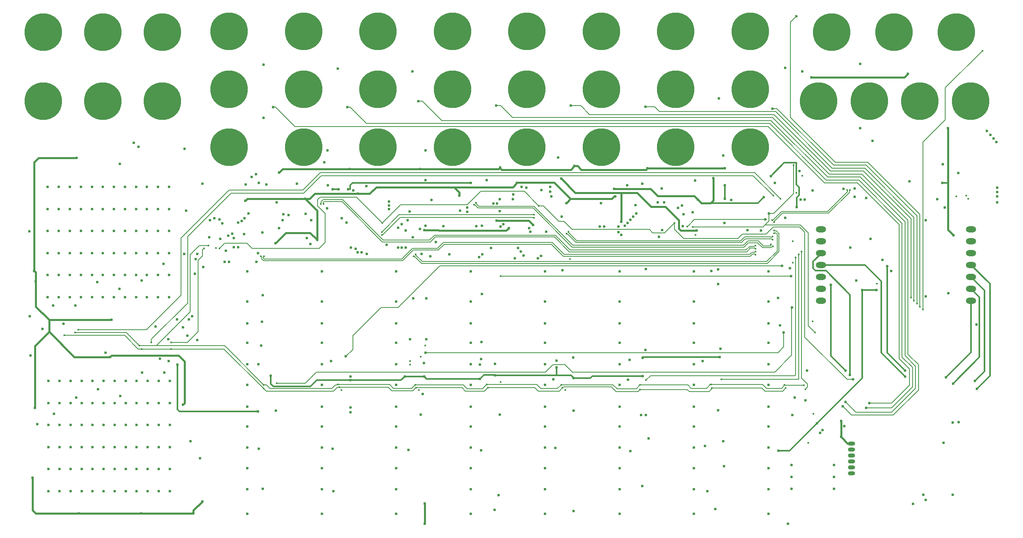
<source format=gbr>
G04 DipTrace 3.3.1.1*
G04 Inner1.gbr*
%MOIN*%
G04 #@! TF.FileFunction,Copper,L3,Inr*
G04 #@! TF.Part,Single*
G04 #@! TA.AperFunction,Conductor*
%ADD13C,0.015748*%
%ADD14C,0.011811*%
%ADD15C,0.007874*%
G04 #@! TA.AperFunction,ComponentPad*
%ADD24O,0.086614X0.051181*%
%ADD32C,0.314961*%
%ADD48O,0.059055X0.035433*%
G04 #@! TA.AperFunction,ViaPad*
%ADD62C,0.023622*%
%ADD63C,0.017717*%
%FSLAX26Y26*%
G04*
G70*
G90*
G75*
G01*
G04 Inner2*
%LPD*%
X-6404969Y3025001D2*
D13*
X-6386219Y3043751D1*
X-5899555D1*
X-2473130Y3214860D2*
Y3029528D1*
X-2496408Y3006249D1*
X-2573913D1*
X-2605165Y3037501D1*
X-504134Y3635139D2*
Y3175000D1*
Y2783613D1*
X-458021Y2737500D1*
X-4122256Y3176182D2*
X-4117581Y3180857D1*
X-3810039D1*
X-3672933Y3043751D1*
X-3326770D1*
X-3308021Y3062500D1*
X-3295522D1*
X-5457331Y3085482D2*
X-5360236D1*
X-5304969Y3140749D1*
X-4649402D1*
X-4157689D1*
X-4122256Y3176182D1*
X-5899555Y3043751D2*
X-5863387D1*
X-5821656Y3085482D1*
X-5457331D1*
X-2605165Y3037501D2*
X-2633610Y3065946D1*
X-2940323D1*
X-2999377Y3125000D1*
X-3308021D1*
X-551772Y3175000D2*
D14*
X-504134D1*
X-2051773Y3056252D2*
X-2101776Y3006249D1*
X-2496408D1*
X-3708808Y3007875D2*
D13*
X-3672933Y3043751D1*
X-4605807Y3068752D2*
Y3097155D1*
X-4649402Y3140749D1*
X-5801772Y2700000D2*
X-5799213Y2697441D1*
Y2943408D1*
X-5899555Y3043751D1*
X-6151773Y2668751D2*
X-6062650Y2757874D1*
X-5859646D1*
X-5801772Y2700000D1*
X-4901772Y2781249D2*
X-4783021D1*
X-4776772Y2775000D1*
X-4212848D1*
X-4191929Y2795919D1*
X-1926772Y925000D2*
D14*
X-1833466D1*
X-1602165Y1156301D1*
X-5620913Y3123773D2*
X-5671701D1*
X-4510236Y3175001D2*
X-5503692D1*
X-5522394Y3156299D1*
Y3123773D1*
X-5540343D1*
X-1773917Y2972001D2*
Y3052706D1*
X-1755118Y3071505D1*
Y3140001D1*
X-1777559Y3162442D1*
Y3346458D1*
X-1879921D1*
X-1992126Y3234253D1*
X-6295521Y1256251D2*
X-6956462D1*
X-6972681Y1272470D1*
Y1648423D1*
X-6189272Y1556251D2*
Y1486615D1*
X-6168209Y1465552D1*
X-5855677D1*
X-5802480Y1518749D1*
X-5520521D1*
X-2421260Y1712598D2*
X-3066732D1*
Y1705710D1*
X-2375984Y3157480D2*
Y3043307D1*
X-1223031Y2277954D2*
X-1105311D1*
X-1602165Y1156301D2*
X-1223031Y1535434D1*
Y2277954D1*
X-3645522Y1537500D2*
X-3506734D1*
X-3490098Y1554135D1*
X-3066732D1*
X-4433022Y1531251D2*
X-4400173Y1564100D1*
X-4307087D1*
Y1559055D1*
X-3789272D1*
X-3667077D1*
X-3645522Y1537500D1*
X-4901772Y1550000D2*
X-4883022Y1531251D1*
X-4433022D1*
X-5064272Y1550000D2*
X-4901772D1*
X-5520521Y1518749D2*
X-5095522D1*
X-5064272Y1550000D1*
X-3789272Y1625000D2*
Y1559055D1*
X-8176772Y2437500D2*
D13*
X-8164272Y2425000D1*
Y2350000D1*
Y2137500D1*
X-8051772Y2025000D1*
X-7526772D1*
X-6926518Y1312753D2*
X-6914272Y1325000D1*
Y1675000D1*
X-6964272Y1725000D1*
X-7526772D1*
X-7539272Y1712500D1*
X-7839272D1*
X-8051772Y1925000D1*
Y2025000D1*
X-8189272Y700000D2*
Y425000D1*
X-8164272Y400000D1*
X-7801772D1*
X-7276772D1*
X-6839272D2*
X-7276772D1*
X-6839272D2*
Y425000D1*
X-6764272Y500000D1*
X-8170169Y1286583D2*
Y1806602D1*
X-8051772Y1925000D1*
X-7820521Y3387500D2*
X-8139272D1*
X-8176772Y3350000D1*
Y2437500D1*
X-4895521Y482285D2*
X-4895522Y312500D1*
X-1314272Y987500D2*
X-1345521D1*
X-1401772Y1043751D1*
Y1175001D2*
Y1043751D1*
X-3987165Y2822894D2*
X-4022541Y2858269D1*
X-4293503D1*
X-4264272Y3306249D2*
X-4276770Y3293751D1*
X-4933021D1*
X-5526770D1*
X-6089270D1*
X-6120521Y3262500D1*
X-2614272Y2775000D2*
X-2745521D1*
X-2764272Y2793751D1*
Y2862500D1*
X-2876772Y2975000D1*
X-2995521D1*
X-3114272Y3093751D1*
X-3245521D1*
X-3633022D1*
X-3751772Y3212500D1*
X-839272Y4093751D2*
X-870522Y4062500D1*
X-1651772D1*
X-3245521Y2850000D2*
Y3093751D1*
X-4264272Y3306249D2*
Y3300000D1*
X-4251772Y3287500D1*
X-3670521D1*
X-3639272Y3318749D1*
X-3614270D1*
X-3583021Y3287500D1*
X-3039272D1*
X-3026772Y3300000D1*
X-2376772D1*
X-6139272Y1493749D2*
D15*
X-5899953D1*
X-5806201Y1587501D1*
X-3883020D1*
X-3820521Y1650000D1*
X-3720522D1*
X-3658024Y1587501D1*
X-1958021D1*
X-1816929Y1728593D1*
Y2128592D1*
X-1814272Y2131249D1*
X-1783022Y2550000D2*
Y1562500D1*
X-1789272Y1556251D1*
X-3001770D1*
X-3039272Y1518749D1*
X-5561024Y1718505D2*
X-5501772Y1777757D1*
Y1893749D1*
X-5264272Y2131249D1*
X-5120522D1*
X-4770522Y2481249D1*
X-1895522D1*
X-1758022Y2575000D2*
Y1525000D1*
X-2408021D1*
X-7808022Y1943751D2*
X-7233417D1*
X-6942913Y2234253D1*
Y2712600D1*
X-6539370Y3116143D1*
X-5921260D1*
X-5774903Y3262500D1*
X-2128640D1*
X-1909449Y3043308D1*
X-1971703Y3070130D2*
X-2139073Y3237500D1*
X-5768407D1*
X-5915354Y3090552D1*
X-6523622D1*
X-6887795Y2726379D1*
Y2167324D1*
X-7192913Y1862206D1*
Y1836615D1*
X-4891732Y1750001D2*
X-1931102D1*
X-1883022Y1798081D1*
Y1918749D1*
X-4261811Y2393751D2*
X-1820521D1*
X-1733021Y2600000D2*
Y1537499D1*
X-1683022Y1487500D1*
Y1462499D1*
X-1702084Y1443437D1*
X-1570522Y2587500D2*
D14*
Y2581052D1*
X-1635827Y2515748D1*
Y2458661D1*
X-1616142Y2438976D1*
X-1528248D1*
X-1326772Y2237500D1*
Y1562500D1*
X-1486220Y2320866D2*
Y1721949D1*
X-1364272Y1600000D1*
X-1570522Y2487500D2*
X-1202067D1*
X-1064961Y2350394D1*
Y1750689D1*
X-864272Y1550000D1*
X-276772Y1512500D2*
X-195521Y1593751D1*
Y2272341D1*
X-310680Y2387500D1*
X-864272Y1600000D2*
X-1014272Y1750000D1*
Y2475001D1*
X-261655Y1446366D2*
X-151772Y1556249D1*
Y2328592D1*
X-310680Y2487500D1*
X-461655Y1490117D2*
X-239272Y1712500D1*
Y2216092D1*
X-310680Y2287500D1*
Y2187500D2*
Y1752657D1*
X-520522Y1542815D1*
X-6620521Y2625000D2*
D15*
X-6576770Y2668751D1*
X-6389273D1*
X-6345522Y2625000D1*
X-5783022D1*
X-5733022Y2675000D1*
Y2919537D1*
X-5795522Y2982037D1*
Y3037497D1*
X-5776770Y3056249D1*
X-5470521D1*
X-5254823Y2840551D1*
X-5101625Y2993749D1*
X-4539272D1*
X-4426772Y3106249D1*
X-4060974D1*
X-3938976Y2984252D1*
X-3899606D1*
X-3769685Y2854331D1*
X-3728346D1*
X-3659449Y2785433D1*
X-3011811D1*
X-2982283Y2755906D1*
X-2883858D1*
X-2799211Y2840552D1*
Y2787400D1*
X-2722441Y2710630D1*
X-2265748D1*
X-2230315Y2746063D1*
X-2029526D1*
X-1969340Y2806249D1*
X-1751772D1*
X-1708022Y2762500D1*
Y1881251D1*
X-1351772Y1525000D1*
X-1301772D1*
X-6170522Y3812501D2*
X-6151084D1*
X-5988583Y3650000D1*
X-2014272D1*
X-1539272Y3175000D1*
X-1264272D1*
X-914272Y2825000D1*
Y1700000D1*
X-826772Y1612500D1*
Y1475000D1*
X-976772Y1325000D1*
X-1164272D1*
X-5545524Y3812501D2*
X-5525100D1*
X-5387598Y3675000D1*
X-2001772D1*
X-1526772Y3200000D1*
X-1251772D1*
X-889272Y2837500D1*
Y1712500D1*
X-801772Y1625000D1*
Y1462500D1*
X-976772Y1287500D1*
X-1189272D1*
X-4951772Y3862500D2*
X-4917618D1*
X-4755118Y3700000D1*
X-1989272D1*
X-1514272Y3225000D1*
X-1239272D1*
X-864272Y2850000D1*
Y1725000D1*
X-776772Y1637500D1*
Y1450000D1*
X-976772Y1250000D1*
X-1276772D1*
X-1364272Y1337500D1*
X-4295524Y3825001D2*
X-4262009D1*
X-4162008Y3725000D1*
X-1976772D1*
X-1501772Y3250000D1*
X-1226772D1*
X-839272Y2862500D1*
Y1737500D1*
X-751772Y1650000D1*
Y1437500D1*
X-964272Y1225000D1*
X-1314272D1*
X-1388437Y1299165D1*
X-3670524Y3825001D2*
X-3588781D1*
X-3513780Y3750000D1*
X-1964272D1*
X-1489272Y3275000D1*
X-1214272D1*
X-814272Y2875000D1*
Y2212500D1*
X-3043307Y3814717D2*
X-2966488D1*
X-2926772Y3775000D1*
X-1951772D1*
X-1476772Y3300000D1*
X-1201772D1*
X-789272Y2887500D1*
Y2187500D1*
X-1976772Y3800000D2*
X-1939272D1*
X-1464272Y3325000D1*
X-1189272D1*
X-764272Y2900000D1*
Y2162500D1*
X-1776772Y4575000D2*
X-1826772Y4525000D1*
Y3725000D1*
X-1451772Y3350000D1*
X-1176772D1*
X-739272Y2912500D1*
Y2137500D1*
X-214272Y4287500D2*
X-526772Y3975000D1*
Y3706249D1*
X-714272Y3518749D1*
Y2112500D1*
X-1964180Y2777068D2*
X-1959259Y2772147D1*
X-1944390D1*
X-1923228Y2750986D1*
Y2598427D1*
X-2021656Y2499999D1*
X-4924142Y2500000D1*
X-4983198Y2559056D1*
X-4990157D1*
X-1964180Y2752462D2*
X-1959259Y2757383D1*
X-1950505D1*
X-1937992Y2744870D1*
Y2604542D1*
X-2027772Y2514762D1*
X-4918026Y2514764D1*
X-4972759Y2569496D1*
Y2576455D1*
X-1978734Y2725887D2*
X-1983655Y2720966D1*
X-1992408D1*
X-1993885Y2722442D1*
X-2212102D1*
X-2244781Y2689764D1*
X-3619945D1*
X-3690622Y2760441D1*
Y2767400D1*
X-1978734Y2701281D2*
X-1983655Y2706202D1*
X-1998524D1*
X-2000000Y2707678D1*
X-2205987D1*
X-2238665Y2675000D1*
X-3626060D1*
X-3701062Y2750001D1*
X-3708021D1*
X-1991391Y2659270D2*
Y2652311D1*
X-1997580Y2646122D1*
X-2053601D1*
X-2096457Y2688978D1*
X-2185038D1*
X-2221752Y2652264D1*
X-3653037D1*
X-3981089Y2980316D1*
X-4444882D1*
X-4467186Y3002621D1*
Y3009580D1*
X-1973992Y2641871D2*
X-1980951D1*
X-1991465Y2631358D1*
X-2059717D1*
X-2102572Y2674214D1*
X-2178923D1*
X-2215636Y2637500D1*
X-3659152D1*
X-3987205Y2965552D1*
X-4450997D1*
X-4477626Y2992181D1*
X-4484585D1*
X-6272982Y2560967D2*
X-6268060Y2556046D1*
Y2541177D1*
X-6249619Y2522736D1*
X-5083156D1*
X-4993392Y2612500D1*
X-4783021D1*
X-4735285Y2660236D1*
X-3832887D1*
X-3732887Y2560236D1*
X-2162633D1*
X-2144619Y2578249D1*
X-2126516D1*
X-2121102Y2572836D1*
X-6248375Y2560967D2*
X-6253297Y2556046D1*
Y2547293D1*
X-6243504Y2537500D1*
X-5089272D1*
X-4999508Y2627264D1*
X-4789136D1*
X-4741400Y2675000D1*
X-3826772D1*
X-3726772Y2575000D1*
X-2168748D1*
X-2150735Y2593013D1*
X-2126516D1*
X-2121102Y2598427D1*
Y2624017D2*
X-2126516Y2629430D1*
X-2147677D1*
X-2162336D1*
X-2194030Y2597736D1*
X-3682887D1*
X-3807887Y2722736D1*
X-4807566D1*
X-4850182Y2680119D1*
X-5252180D1*
X-5592105Y3020045D1*
X-5744572D1*
X-5750836Y3013781D1*
Y3004923D1*
X-5745915Y3000001D1*
X-2121102Y2649608D2*
X-2126516Y2644194D1*
X-2147677D1*
X-2168451D1*
X-2200146Y2612500D1*
X-3676772D1*
X-3801772Y2737500D1*
X-4813681D1*
X-4856298Y2694883D1*
X-5246064D1*
X-5585990Y3034808D1*
X-5750688D1*
X-5765600Y3019896D1*
Y3004923D1*
X-5770521Y3000001D1*
X-1326429Y3117364D2*
X-1331350Y3112442D1*
Y3097573D1*
X-1506680Y2922244D1*
X-1895459D1*
X-1964448Y2853256D1*
Y2846297D1*
X-1351035Y3117364D2*
X-1346114Y3112442D1*
Y3103689D1*
X-1512795Y2937008D1*
X-1901575D1*
X-1974887Y2863696D1*
X-1981846D1*
X-2005906Y2919291D2*
X-1966537D1*
X-1799213Y3086615D1*
Y3324804D1*
X-7295035Y1808816D2*
X-7149846D1*
X-6866142Y2092521D1*
Y2572836D1*
X-6788978Y2650000D1*
X-6714272D1*
X-5257972Y2763682D2*
X-5112205Y2909450D1*
X-3979291D1*
X-6250000Y1480316D2*
X-6578500Y1808816D1*
X-7149846D1*
X-7833022Y1918751D2*
X-7404970D1*
X-7295035Y1808816D1*
X-5627953Y1482285D2*
Y1480316D1*
X-5645669D1*
X-5677165Y1448820D1*
X-6196850D1*
X-6228346Y1480316D1*
X-6250000D1*
X-5627953Y1482285D2*
X-5190945D1*
X-5159449Y1450789D1*
X-5006496D1*
X-4976772Y1480513D1*
X-4575000D1*
X-4541339Y1446852D1*
X-4413386D1*
X-4377953Y1482285D1*
X-3956693D1*
X-3925197Y1450789D1*
X-3782234D1*
X-3751772Y1481251D1*
X-3315895D1*
X-3281496Y1446852D1*
X-3122047D1*
X-3090551Y1478348D1*
X-2687008D1*
X-2659449Y1450789D1*
X-2531496D1*
X-2500000Y1482285D1*
X-2494094D1*
X-2059055D1*
X-2027559Y1450789D1*
X-1901575D1*
X-1875984Y1476379D1*
Y1480316D1*
X-2645521Y2806249D2*
X-2057924D1*
X-2041184Y2822990D1*
X-2007874Y2856299D1*
Y2919291D1*
X-2005906D1*
X-1875984Y1480316D2*
Y1475000D1*
X-1714272D1*
X-2041184Y2822990D2*
X-1743512D1*
X-1676772Y2756249D1*
Y1975000D1*
X-1620522Y1918751D1*
X-2037402Y2870079D2*
X-2038731Y2868749D1*
X-2633022D1*
X-2690747Y2811025D1*
X-2692913D1*
X-3981260Y2883860D2*
Y2885828D1*
X-5102362D1*
X-5250000Y2738190D1*
X-5257933D1*
X-6250000Y1450789D2*
X-6251970D1*
X-6582430Y1781249D1*
X-7026772D1*
X-7273870D1*
X-7925197Y1895671D2*
X-7417323D1*
X-7302902Y1781249D1*
X-7273870D1*
X-5612205Y1458663D2*
X-5629921D1*
X-5663386Y1425198D1*
X-6226378D1*
X-6250000Y1448820D1*
Y1450789D1*
X-5612205Y1458663D2*
X-5204724D1*
X-5175197Y1429135D1*
X-4996654D1*
X-4970522Y1455266D1*
X-4585186D1*
X-4557087Y1427167D1*
X-4397638D1*
X-4368110Y1456694D1*
X-3974409D1*
X-3944882Y1427167D1*
X-3768356D1*
X-3739272Y1456251D1*
X-3733022Y1462500D1*
X-3330609D1*
X-3291339Y1423230D1*
X-3108268D1*
X-3090551Y1440946D1*
X-2692913D1*
X-2675197Y1423230D1*
X-2509843D1*
X-2480315Y1452757D1*
X-2486220D1*
X-2480315D2*
X-2066929D1*
X-2041339Y1427167D1*
X-1891732D1*
X-1866142Y1452757D1*
X-6751772Y2625000D2*
X-6764272Y2612500D1*
Y2562500D1*
X-6801772Y2525000D1*
Y1925000D1*
X-6889272Y1837500D1*
X-7026772D1*
D62*
X-551772Y3175000D3*
X-2051773Y3056252D3*
X-3708808Y3007875D3*
X-4605807Y3068752D3*
X-5801772Y2700000D3*
X-6151773Y2668751D3*
X-5801772Y2700000D3*
X-4901772Y2781249D3*
X-3739273Y2443751D3*
X-3789272Y1625000D3*
X-8108021Y1950000D3*
X-4307087Y1559055D3*
X-8176772Y2437500D3*
X-8164272Y2350000D3*
X-7526772Y2025000D3*
X-6926518Y1312753D3*
X-7539272Y1712500D3*
X-8189272Y700000D3*
X-7801772Y400000D3*
X-7276772D3*
X-6839272D3*
X-6764272Y500000D3*
X-6839272Y400000D3*
X-8170169Y1286583D3*
X-6701770Y2862500D3*
X-6901772Y2943751D3*
X-7820521Y3387500D3*
X-8176772Y2437500D3*
X-4895521Y482285D3*
X-4895522Y312500D3*
X-1401772Y1043751D3*
Y1175001D3*
X-4293503Y2858269D3*
X-4376772Y3200000D3*
X-3987165Y2822894D3*
X-4293503Y2858269D3*
X-3639272Y3318749D3*
X-4264272Y3306249D3*
X-4933021Y3293751D3*
X-5526770D3*
X-6120521Y3262500D3*
X-2614272Y2775000D3*
X-3751772Y3212500D3*
X-839272Y4093751D3*
X-1651772Y4062500D3*
X-1870522Y4143751D3*
X-1053987Y2531251D3*
X-501772Y2250000D3*
X-3245521Y2738190D3*
Y2850000D3*
X-4264272Y3306249D3*
X-3639272Y3318749D3*
X-3026772Y3300000D3*
X-3639272Y3318749D3*
X-2376772Y3300000D3*
D3*
X-689272Y512500D3*
X-1914272Y1981251D3*
X-1845521Y312500D3*
D63*
X-6139272Y1493749D3*
D62*
X-1814272Y2131249D3*
D63*
X-3716535Y1435236D3*
X-3676772Y2537500D3*
D62*
X-2908022Y3131251D3*
X-1639272Y3112500D3*
D63*
X-1783022Y2550000D3*
X-3039272Y1518749D3*
X-5595521Y1437501D3*
D62*
X-5561024Y1718505D3*
X-1895522Y2481249D3*
X-1739272Y3037500D3*
D63*
X-1758022Y2575000D3*
X-2408021Y1525000D3*
X-7808022Y1943751D3*
X-1909449Y3043308D3*
X-1971703Y3070130D3*
X-7192913Y1836615D3*
X-4945522Y1435041D3*
D62*
X-4891732Y1750001D3*
X-1883022Y1918749D3*
X-1708022Y3037499D3*
D63*
X-4261811Y1501970D3*
Y2393751D3*
D62*
X-1820521D3*
X-176772Y3612501D3*
X-145522Y3581251D3*
X-5023622Y2937008D3*
X-6250000Y3724409D3*
X-6251772Y4169094D3*
X-4416487Y2814715D3*
X-7339272Y3512501D3*
X-6376772Y2918752D3*
X-6914272Y3462501D3*
X-5970521Y3168752D3*
X-7301772Y3481252D3*
X-6401772Y3162501D3*
X-5626772Y4137500D3*
X-4414272Y2575000D3*
D63*
X-1733021Y2600000D3*
X-1702084Y1443437D3*
D62*
X-120522Y3550001D3*
X-95521Y3518751D3*
X-6258022Y606249D3*
X-5383022Y2581251D3*
X-6289272Y943749D3*
X-5426772Y2593751D3*
X-6295276Y1653545D3*
X-5460630Y2592521D3*
X-6758022Y2468751D3*
X-6576772Y2512501D3*
X-8208022Y1727017D3*
X-7158022Y1968752D3*
X-6926772Y1962501D3*
X-6566929Y2606299D3*
X-6783022Y862500D3*
X-6540797Y2512500D3*
X-6808022Y2581251D3*
X-6876772Y2031252D3*
X-6976770D3*
X-8151919Y1150001D3*
X-6501773Y2712500D3*
Y2637501D3*
X-7576772Y1750001D3*
X-6464025Y2637500D3*
X-7046361Y1680412D3*
X-6889272Y1893751D3*
X-6851772Y2055696D3*
X-6820522Y2537500D3*
X-6864272Y1006252D3*
X-6808022Y1855365D3*
X-6826772Y2412500D3*
X-6614272Y2706251D3*
X-7458022Y3337501D3*
X-6433021Y2856252D3*
X-6464025Y2843751D3*
X-6765291Y3169770D3*
X-6916408Y2579113D3*
X-6515206Y2750936D3*
X-6708021Y2718751D3*
X-6545522Y2732285D3*
X-8214272Y2056252D3*
X-6595521Y2837501D3*
X-1727854Y4113583D3*
X-5714272Y3450000D3*
X-1239272Y4175000D3*
X-5739272Y3350000D3*
X-5851772Y2862500D3*
X-5858022Y2662500D3*
X-6314272Y3250001D3*
X-6083022Y2912501D3*
X-6351772Y3225001D3*
X-6089272Y2862500D3*
X-6226772Y3162501D3*
X-6039272Y2906252D3*
X-5001772Y4112500D3*
X-4889272Y3450000D3*
Y3200000D3*
X-4689272Y2575000D3*
X-4464272Y2812500D3*
X-4739272D3*
X-2426772Y3887500D3*
X-3195522Y3156251D3*
X-2389272Y3406251D3*
X-3070521Y3168749D3*
X-1153543Y2706693D3*
D63*
X-1101772Y2331249D3*
D62*
X-1326772Y1562500D3*
X-1486220Y2320866D3*
X-1364272Y1600000D3*
X-864272Y1550000D3*
X-276772Y1512500D3*
X-864272Y1600000D3*
X-1014272Y2475001D3*
X-261655Y1446366D3*
X-461655Y1490117D3*
X-520522Y1542815D3*
X-6257874Y2232285D3*
X-5553150Y2842520D3*
X-6263780Y2009844D3*
X-5515748Y2633860D3*
X-6269685Y1811025D3*
X-5478346Y2622049D3*
X-2458022Y436370D3*
X-2730315Y2812992D3*
X-2433022Y2325000D3*
X-2383858Y797245D3*
X-2389272Y1006251D3*
X-2724409Y2911417D3*
X-2771654Y2966537D3*
X-2489272Y2437500D3*
X-2738189Y2986222D3*
X-1931102Y2210631D3*
X-2523622Y586615D3*
X-2887795Y3013781D3*
X-2543307Y966537D3*
X-2939272Y3012500D3*
X-3017717Y1029529D3*
X-2931102Y2722441D3*
X-2562992Y1681104D3*
X-3125984Y2988190D3*
X-3068898Y629923D3*
X-3120079Y2919293D3*
X-3169291Y923230D3*
X-3145522Y2893751D3*
X-3190600Y1523623D3*
X-3169291Y2866143D3*
X-3176772Y1690946D3*
X-3194882Y2840552D3*
X-3647835Y421063D3*
X-3834646Y3062993D3*
X-3799213Y948820D3*
X-3842520Y3104332D3*
X-3816929Y1527559D3*
X-3917323Y3116143D3*
X-3791339Y1683072D3*
X-3842520Y3141734D3*
X-3919291Y2562993D3*
X-4044252Y3137797D3*
X-4083021Y3143749D3*
X-3946850Y2543308D3*
X-4311024Y431104D3*
X-4065906Y2566930D3*
X-4423228Y929135D3*
X-4089528Y2598427D3*
X-4433071Y1649608D3*
X-4113150Y2629923D3*
X-4425197Y1694883D3*
X-4154488Y3078741D3*
X-4419291Y1840552D3*
X-4158022Y3039570D3*
X-4417323Y2242127D3*
X-4267717Y3039371D3*
X-4275591Y553151D3*
X-4139764Y2541340D3*
X-5035433Y933072D3*
X-4340551Y2629923D3*
D63*
X-4929134Y1717077D3*
X-5020521Y1650000D3*
X-4892396Y1809375D3*
X-5020522Y1681249D3*
D62*
X-4883021Y1862206D3*
X-5019685D3*
X-4883021Y2204726D3*
X-4994094D3*
X-5664272Y587501D3*
X-5058022Y2633564D3*
Y2775001D3*
X-5195521Y2956252D3*
X-5670521Y943752D3*
X-5089272Y2633564D3*
Y2831251D3*
X-5195522Y2987501D3*
X-5683022Y1681251D3*
X-5120522Y2633564D3*
Y2800001D3*
X-5195522Y3018751D3*
D63*
X-6620521Y2625000D3*
X-5254823Y2840551D3*
X-3938976Y2984252D3*
X-2799211Y2840552D3*
D62*
X-1301772Y1525000D3*
X-8216337Y2770818D3*
X-6620522Y2868752D3*
D63*
X-433021Y3062500D3*
X-1776772Y3093751D3*
D62*
X-6170522Y3812501D3*
X-1164272Y1325000D3*
X-5545524Y3812501D3*
X-1189272Y1287500D3*
X-4951772Y3862500D3*
X-1364272Y1337500D3*
X-4295524Y3825001D3*
X-1388437Y1299165D3*
X-3670524Y3825001D3*
D63*
X-814272Y2212500D3*
D62*
X-3043307Y3814717D3*
D63*
X-789272Y2187500D3*
D62*
X-1976772Y3800000D3*
D63*
X-764272Y2162500D3*
D62*
X-1776772Y4575000D3*
D63*
X-739272Y2137500D3*
X-214272Y4287500D3*
X-714272Y2112500D3*
X-1633021Y1237500D3*
X-1676772Y993751D3*
D62*
X-89272Y3137500D3*
Y3100000D3*
Y3062500D3*
Y3012500D3*
X-8016190Y2147701D3*
X-7084122Y1581948D3*
X-7830993Y2147654D3*
X-7269319Y1581995D3*
X-7645798Y2344465D3*
X-7454514Y1385184D3*
X-7090247Y2494930D3*
X-8010066Y1234718D3*
X-7275444Y2355975D3*
X-7824869Y1373673D3*
X-7460640Y2286593D3*
X-7639672Y1443055D3*
D63*
X-1964180Y2777068D3*
X-4990157Y2559056D3*
X-1964180Y2752462D3*
X-4972759Y2576455D3*
X-1978734Y2725887D3*
X-3690622Y2767400D3*
X-1978734Y2701281D3*
X-3708021Y2750001D3*
X-1991391Y2659270D3*
X-4467186Y3009580D3*
X-1973992Y2641871D3*
X-4484585Y2992181D3*
X-6272982Y2560967D3*
X-2121102Y2572836D3*
X-6248375Y2560967D3*
X-2121102Y2598427D3*
Y2624017D3*
X-5745915Y3000001D3*
X-2121102Y2649608D3*
X-5770521Y3000001D3*
X-1326429Y3117364D3*
X-1964448Y2846297D3*
X-1351035Y3117364D3*
X-1981846Y2863696D3*
D62*
X-2005906Y2919291D3*
D63*
X-1799213Y3324804D3*
X-7295035Y1808816D3*
X-6714272Y2650000D3*
X-5257972Y2763682D3*
X-3979291Y2909450D3*
X-6250000Y1480316D3*
X-7833022Y1918751D3*
X-7295035Y1808816D3*
X-5627953Y1482285D3*
X-6250000Y1480316D3*
X-4976772Y1480513D3*
X-5627953Y1482285D3*
X-4377953D3*
X-3751772Y1481251D3*
X-3090551Y1478348D3*
X-2494094Y1482285D3*
X-2645521Y2806249D3*
D62*
X-2005906Y2919291D3*
D63*
X-3979291Y2909450D3*
D62*
X-2005906Y2919291D3*
D63*
X-1714272Y1475000D3*
X-333021Y3043751D3*
X-1799213Y3324804D3*
X-1620522Y1918751D3*
D62*
X-2037402Y2870079D3*
D63*
X-2692913Y2811025D3*
X-2624016Y2738190D3*
X-3981260Y2883860D3*
X-5257933Y2738190D3*
X-6250000Y1450789D3*
X-7273870Y1781249D3*
X-7925197Y1895671D3*
X-5612205Y1458663D3*
X-6250000Y1450789D3*
X-4970522Y1455266D3*
X-5612205Y1458663D3*
X-4368110Y1456694D3*
X-3739272Y1456251D3*
X-3090551Y1440946D3*
X-2486220Y1452757D3*
X-1866142D3*
X-6751772Y2625000D3*
X-7026772Y1837500D3*
Y1781249D3*
X-3981260Y2883860D3*
D62*
X-2037402Y2870079D3*
D63*
X-351772Y3068749D3*
X-1726378Y3236220D3*
X-1639273Y2012501D3*
X-1808021Y2506251D3*
Y2687499D3*
D62*
X-2037402Y2870079D3*
X-6386322Y2434430D3*
X-6386320Y1996979D3*
Y1653278D3*
Y1297077D3*
Y953377D3*
Y603428D3*
X-6386322Y2178181D3*
Y1834479D3*
Y1478278D3*
Y1128328D3*
Y778378D3*
Y396930D3*
X-5761322Y2434430D3*
X-5761320Y1996979D3*
Y1653278D3*
Y1297077D3*
Y953377D3*
Y603428D3*
X-5761322Y2178181D3*
Y1834479D3*
Y1478278D3*
Y1128328D3*
Y778378D3*
Y396930D3*
X-5136322Y2434430D3*
X-5136320Y1996979D3*
Y1653278D3*
Y1297077D3*
Y953377D3*
Y603428D3*
X-5136322Y2178181D3*
Y1834479D3*
Y1478278D3*
Y1128328D3*
Y778378D3*
Y396930D3*
X-4511322Y2434430D3*
X-4511320Y1996979D3*
Y1653278D3*
Y1297077D3*
Y953377D3*
Y603428D3*
X-4511322Y2178181D3*
Y1834479D3*
Y1478278D3*
Y1128328D3*
Y778378D3*
Y396930D3*
X-3886322Y2434430D3*
X-3886320Y1996979D3*
Y1653278D3*
Y1297077D3*
Y953377D3*
Y603428D3*
X-3886322Y2178181D3*
Y1834479D3*
Y1478278D3*
Y1128328D3*
Y778378D3*
Y396930D3*
X-3261322Y2434430D3*
X-3261320Y1996979D3*
Y1653278D3*
Y1297077D3*
Y953377D3*
Y603428D3*
X-3261322Y2178181D3*
Y1834479D3*
Y1478278D3*
Y1128328D3*
Y778378D3*
Y396930D3*
X-2636322Y2434430D3*
X-2636320Y1996979D3*
Y1653278D3*
Y1297077D3*
Y953377D3*
Y603428D3*
X-2636322Y2178181D3*
Y1834479D3*
Y1478278D3*
Y1128328D3*
Y778378D3*
Y396930D3*
X-2011322Y2434430D3*
X-2011320Y1996979D3*
Y1653278D3*
Y1297077D3*
Y953377D3*
Y603428D3*
X-2011322Y2178181D3*
Y1834479D3*
Y1478278D3*
Y1128328D3*
Y778378D3*
Y396930D3*
X-8056420Y1512501D3*
X-7963825D3*
X-7871230D3*
X-7778635D3*
X-7686041D3*
X-7593448D3*
X-7500853D3*
X-7408259D3*
X-7315664D3*
X-7223070D3*
X-7130474D3*
X-7037879D3*
X-8056420Y1327312D3*
X-7963825D3*
X-7871230D3*
X-7778635D3*
X-7686041D3*
X-7593448D3*
X-7500853D3*
X-7408259D3*
X-7315664D3*
X-7223070D3*
X-7130474D3*
X-7037878D3*
X-8056420Y586533D3*
X-7963825D3*
X-7871230D3*
X-7778635D3*
X-7686041D3*
X-7593448D3*
X-7500853D3*
X-7408259D3*
X-7315664D3*
X-7223070D3*
X-7130474D3*
X-7037878D3*
X-8056420Y771738D3*
X-7963825D3*
X-7871230D3*
X-7778635D3*
X-7686041D3*
X-7593448D3*
X-7500853D3*
X-7408259D3*
X-7315664D3*
X-7223070D3*
X-7130474D3*
X-7037878D3*
X-8056390Y957478D3*
X-7963795D3*
X-7871199D3*
X-7778605D3*
X-7686010D3*
X-7593417D3*
X-7500823D3*
X-7408228D3*
X-7315634D3*
X-7223039D3*
X-7130444D3*
X-7037848D3*
X-8056420Y1142147D3*
X-7963825D3*
X-7871230D3*
X-7778635D3*
X-7686041D3*
X-7593448D3*
X-7500853D3*
X-7408259D3*
X-7315664D3*
X-7223070D3*
X-7130474D3*
X-7037878D3*
X-7043892Y2217147D3*
X-7136487D3*
X-7229083D3*
X-7321677D3*
X-7414272D3*
X-7506865D3*
X-7599459D3*
X-7692054D3*
X-7784648D3*
X-7877243D3*
X-7969839D3*
X-8062433D3*
X-7043892Y2402336D3*
X-7136487D3*
X-7229083D3*
X-7321677D3*
X-7414272D3*
X-7506865D3*
X-7599459D3*
X-7692054D3*
X-7784648D3*
X-7877243D3*
X-7969839D3*
X-8062434D3*
X-7043892Y3143115D3*
X-7136487D3*
X-7229083D3*
X-7321677D3*
X-7414272D3*
X-7506865D3*
X-7599459D3*
X-7692054D3*
X-7784648D3*
X-7877243D3*
X-7969839D3*
X-8062434D3*
X-7043892Y2957911D3*
X-7136487D3*
X-7229083D3*
X-7321677D3*
X-7414272D3*
X-7506865D3*
X-7599459D3*
X-7692054D3*
X-7784648D3*
X-7877243D3*
X-7969839D3*
X-8062434D3*
X-7043923Y2772171D3*
X-7136517D3*
X-7229113D3*
X-7321707D3*
X-7414302D3*
X-7506895D3*
X-7599490D3*
X-7692084D3*
X-7784678D3*
X-7877273D3*
X-7969869D3*
X-8062465D3*
X-7043892Y2587501D3*
X-7136487D3*
X-7229083D3*
X-7321677D3*
X-7414272D3*
X-7506865D3*
X-7599459D3*
X-7692054D3*
X-7784648D3*
X-7877243D3*
X-7969839D3*
X-8062434D3*
X-7051772Y1862500D3*
X-6664272Y2881251D3*
X-6139272Y3012500D3*
X-5885827Y2712598D3*
X-1687008Y1600394D3*
X-2625984Y3196850D3*
X-2322835Y3031496D3*
X-2379921Y2840551D3*
X-1751969Y3275591D3*
X-1188976Y3051181D3*
X-828740Y3188976D3*
X-2903543Y2779528D3*
X-4805118Y2679134D3*
X-4840551Y3033465D3*
X-5592520Y2879921D3*
X-3877953Y2767717D3*
X-3748031Y2893701D3*
X-5716535Y2964567D3*
X-1460630Y706693D3*
Y805118D3*
X-1105311Y2277954D3*
X-5671701Y3123773D3*
X-5620913D3*
X-4923228Y2578741D3*
X-5540343Y3123773D3*
X-1223031Y2277954D3*
X-6972681Y1648423D3*
X-6295521Y1256251D3*
X-1773917Y2972001D3*
X-1602165Y1156301D3*
X-3066732Y1705710D3*
X-2421260Y1712598D3*
X-2186268Y2778545D3*
X-2375984Y3043307D3*
Y3157480D3*
X-1926772Y925000D3*
X-5064272Y1550000D3*
X-4901772D3*
X-4510236Y3175001D3*
X-3645522Y1537500D3*
X-4433022Y1531251D3*
X-3066732Y1554135D3*
X-1992126Y3234253D3*
X-5520521Y1518749D3*
X-6189272Y1556251D3*
X-5457331Y3085482D3*
X-4191929Y2795919D3*
X-710850Y557824D3*
X-464272D3*
X-3308021Y3125000D3*
X-3295522Y3062500D3*
X-458021Y2737500D3*
X-504134Y3635139D3*
X-6404969Y3025001D3*
D63*
X-1875984Y1480316D3*
D62*
X-2473130Y3214860D3*
X-2605165Y3037501D3*
X-1239272Y3637500D3*
X-5899555Y3043751D3*
X-4122256Y3176182D3*
X-4307087Y1655512D3*
X-3426181Y2808072D3*
X-2433071Y2448819D3*
X-4320866Y3003938D3*
X-1375197Y1131694D3*
X-4540748Y2971112D3*
X-5041634Y2863190D3*
X-3040354Y2451773D3*
X-1829134Y2458612D3*
X-6289665Y3177364D3*
X-1555980Y1100198D3*
X-4439961Y2552360D3*
X-3777165Y3388387D3*
X-5521114Y1289990D3*
X-3040354Y1225423D3*
X-4021614Y2796316D3*
D63*
X-6651772Y2631251D3*
D62*
X-4010827Y2765804D3*
X-3272098Y2808072D3*
X-5519685Y1551181D3*
X-4290354Y3003938D3*
X-691634Y2223423D3*
X-1286909Y3058612D3*
X-5497787Y3112056D3*
X-530709Y2968360D3*
X-3651575Y1708661D3*
X-1871835Y2881891D3*
X-7121106Y1698423D3*
X-5386811Y3150395D3*
X-3043752Y1772639D3*
X-4268701Y1229332D3*
X-4237205Y2830710D3*
X-6261909Y2759104D3*
X-1379579Y3127312D3*
X-1577559Y1077560D3*
X-6410382Y2878147D3*
X-1788831Y1374635D3*
X-3079189Y1225423D3*
X-4931992Y1230364D3*
X-1702114Y1348064D3*
X-5521114Y1248060D3*
X-796559Y478249D3*
X-1286909Y3129379D3*
X-1136516Y3528249D3*
X-6296606Y2585875D3*
X-4266240Y2939966D3*
X-4261417Y2809131D3*
X-3272098Y2762793D3*
X-263878Y1985139D3*
X-4540748Y2932088D3*
X-7931102Y1994094D3*
X-3418307Y3007879D3*
X-3389768Y2808072D3*
X-1460626Y606253D3*
X-1817717Y706253D3*
Y806253D3*
Y606253D3*
X-980811Y2436320D3*
X-691634Y2862501D3*
X-6412846Y2746013D3*
X-595126Y3040647D3*
X-3217520Y2814962D3*
X-412157Y1166486D3*
X-2413386Y1781496D3*
X-4892126Y2814714D3*
X-3646114Y1263812D3*
X-6146114D3*
X-5218071Y2656497D3*
X-4913484Y1402887D3*
X-1273228Y2355710D3*
X-548520Y3333466D3*
X-416929Y3260139D3*
X-540157Y992915D3*
X-4996457Y2718505D3*
X-2073362Y2777560D3*
X-4937402Y2790352D3*
X-464272Y1163537D3*
X-1811469Y1225423D3*
X-6310236Y2513387D3*
X-1323228Y2633860D3*
X-4903004Y1664205D3*
X-4851772Y2560285D3*
X-2645522Y2929038D3*
X-6120521Y2795966D3*
X-5895522Y2916535D3*
X-4601772Y2941537D3*
X-5712058Y3156252D3*
X-2433071Y1265748D3*
X-1958021Y3176822D3*
D24*
X-1570522Y2187500D3*
Y2287500D3*
Y2387500D3*
Y2487500D3*
Y2587500D3*
Y2687500D3*
Y2787500D3*
X-310680D3*
Y2687500D3*
Y2587500D3*
Y2487500D3*
Y2387500D3*
Y2287500D3*
Y2187500D3*
D32*
X-1590354Y3862206D3*
X-740353D3*
X-8101772Y4442915D3*
Y3862206D3*
X-7601772Y4442915D3*
Y3862206D3*
X-6539272Y3962501D3*
X-5914272D3*
X-5289272D3*
X-4664272D3*
X-6539272Y4450001D3*
X-5914272D3*
X-5289272D3*
X-4664272D3*
X-1165354Y3862206D3*
X-315353D3*
X-1480118Y4442915D3*
X-956693D3*
X-7101772D3*
Y3862206D3*
X-4039272Y3962501D3*
X-3414272D3*
X-2789272D3*
X-2164272D3*
X-4039272Y4450001D3*
X-3414272D3*
X-2789272D3*
X-2164272D3*
X-6539272Y3475001D3*
X-5914272D3*
X-5289272D3*
X-4664272D3*
X-4039272D3*
X-3414272D3*
X-2789272D3*
X-2164272D3*
X-433268Y4442915D3*
D48*
X-1314272Y737500D3*
Y787500D3*
Y837500D3*
Y887500D3*
Y937500D3*
Y987500D3*
M02*

</source>
